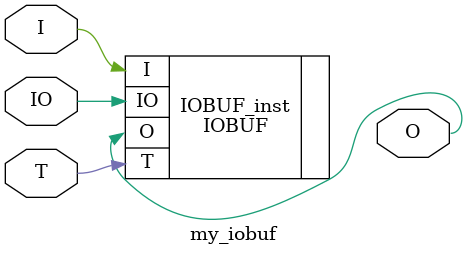
<source format=v>
`timescale 1ns / 1ps

module my_iobuf(
 inout IO,
 input I,
 output O,
 input T
    );
IOBUF
  IOBUF_inst (
      .O(O),     // Buffer output
      .IO(IO),   // Buffer inout port (connect directly to top-level port)
      .I(I),     // Buffer input
      .T(T)      // 3-state enable input, high=input, low=output
   );
endmodule

</source>
